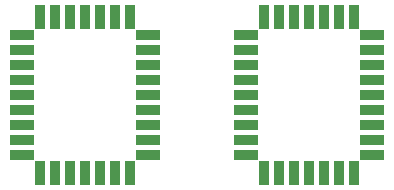
<source format=gbr>
G04 EAGLE Gerber RS-274X export*
G75*
%MOMM*%
%FSLAX34Y34*%
%LPD*%
%INSoldermask Top*%
%IPPOS*%
%AMOC8*
5,1,8,0,0,1.08239X$1,22.5*%
G01*
%ADD10R,0.963200X2.113200*%
%ADD11R,2.113200X0.963200*%


D10*
X291600Y180350D03*
X278900Y180350D03*
X266200Y180350D03*
X253500Y180350D03*
D11*
X238250Y165100D03*
X238250Y152400D03*
X238250Y139700D03*
X238250Y127000D03*
X238250Y114300D03*
X238250Y101600D03*
X238250Y88900D03*
X238250Y76200D03*
X238250Y63500D03*
D10*
X253500Y48250D03*
X266200Y48250D03*
X278900Y48250D03*
X291600Y48250D03*
X304300Y48250D03*
X317000Y48250D03*
X329700Y48250D03*
D11*
X344950Y63500D03*
X344950Y76200D03*
X344950Y88900D03*
X344950Y101600D03*
X344950Y114300D03*
X344950Y127000D03*
X344950Y139700D03*
X344950Y152400D03*
X344950Y165100D03*
D10*
X329700Y180350D03*
X317000Y180350D03*
X304300Y180350D03*
X101600Y180350D03*
X88900Y180350D03*
X76200Y180350D03*
X63500Y180350D03*
D11*
X48250Y165100D03*
X48250Y152400D03*
X48250Y139700D03*
X48250Y127000D03*
X48250Y114300D03*
X48250Y101600D03*
X48250Y88900D03*
X48250Y76200D03*
X48250Y63500D03*
D10*
X63500Y48250D03*
X76200Y48250D03*
X88900Y48250D03*
X101600Y48250D03*
X114300Y48250D03*
X127000Y48250D03*
X139700Y48250D03*
D11*
X154950Y63500D03*
X154950Y76200D03*
X154950Y88900D03*
X154950Y101600D03*
X154950Y114300D03*
X154950Y127000D03*
X154950Y139700D03*
X154950Y152400D03*
X154950Y165100D03*
D10*
X139700Y180350D03*
X127000Y180350D03*
X114300Y180350D03*
M02*

</source>
